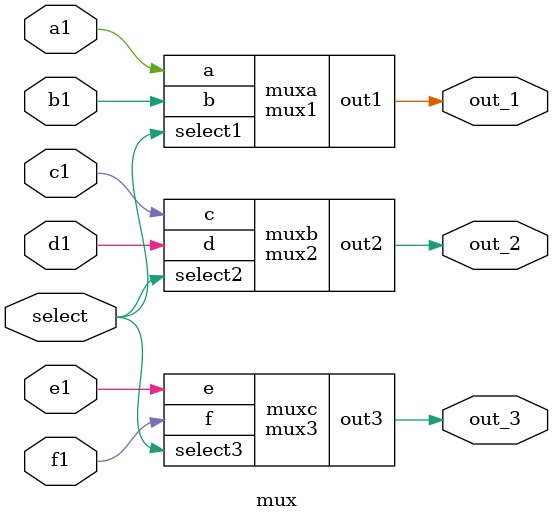
<source format=v>
`timescale 1ns / 1ps
module mux1 (a, b,select1, out1);
    input a,b,select1;
    output out1;
    wire w1,w2,w3; 
    and (w2, w1, a);
    and (w3, b, select1);
    not (w1, select1);
    or (out1, w2, w3); 
endmodule

module mux2 (c, d,select2, out2);
    input c,d,select2;
    output out2;
    reg out2;
    always @ (select2, c,d)
    begin 
    if(select2 == 0)
    begin
    out2 = c;
    end
    else
    begin
    out2 = d; 
    end
    end 
endmodule

module mux3 (e, f,select3, out3);
    input e,f,select3;
    output out3;
    reg out3;
    always @ (select3, e,f)
    begin 
    if(select3 == 0)
    begin
    out3 = e;
    end
    else
    begin
    out3 = f; 
    end
    end 
endmodule

module mux(a1, b1, c1, d1, e1, f1, out_1, out_2, out_3, select);
    input a1, b1, c1, d1,e1, f1, select;
    output out_1, out_2, out_3;  
    
    mux1 muxa(.a(a1), .b(b1), .select1(select), .out1(out_1));
    mux2 muxb(.c(c1), .d(d1), .select2(select), .out2(out_2));
    mux3 muxc(.e(e1), .f(f1), .select3(select), .out3(out_3));
   
    
endmodule

</source>
